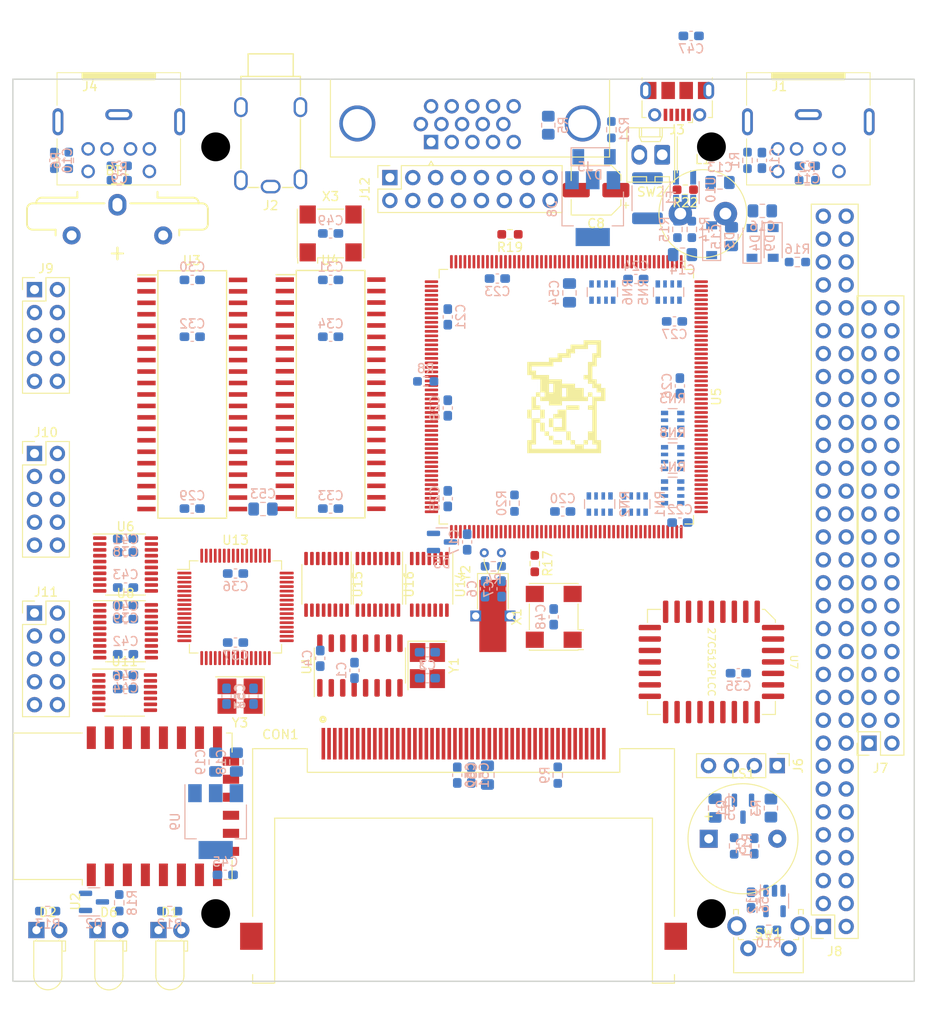
<source format=kicad_pcb>
(kicad_pcb (version 20211014) (generator pcbnew)
  (layers (0 "F.Cu" signal) (1 "In1.Cu" signal) (2 "In2.Cu" signal) (31 "B.Cu" signal) (34 "B.Paste" user) (35 "F.Paste" user) (36 "B.SilkS" user "B.Silkscreen") (37 "F.SilkS" user "F.Silkscreen") (38 "B.Mask" user) (39 "F.Mask" user) (44 "Edge.Cuts" user))
  (net 0 "")
  (net 1 "GND")
  (net 2 "Net-(C1-Pad2)")
  (net 3 "+5V")
  (net 4 "Net-(D2-Pad2)")
  (net 5 "Net-(J11-Pad4)")
  (net 6 "/USB_DM")
  (net 7 "/USB_DP")
  (net 8 "/DACK1")
  (net 9 "/DACK0")
  (net 10 "Net-(C5-Pad1)")
  (net 11 "Net-(C2-Pad1)")
  (net 12 "Net-(C3-Pad1)")
  (net 13 "Net-(D1-Pad2)")
  (net 14 "Net-(J6-Pad1)")
  (net 15 "Net-(J6-Pad2)")
  (net 16 "Net-(Q1-Pad1)")
  (net 17 "+BATT")
  (net 18 "Net-(F1-Pad2)")
  (net 19 "+3V3")
  (net 20 "Net-(C6-Pad1)")
  (net 21 "Net-(C7-Pad1)")
  (net 22 "/MEMW")
  (net 23 "/MEMR")
  (net 24 "/REFRESH")
  (net 25 "/MEMCS16")
  (net 26 "/MASTER")
  (net 27 "/IOCS16")
  (net 28 "/DACK5")
  (net 29 "/TC")
  (net 30 "/IOCHRDY")
  (net 31 "/AEN")
  (net 32 "/SD8")
  (net 33 "/SD9")
  (net 34 "/SD10")
  (net 35 "/SD11")
  (net 36 "/SD12")
  (net 37 "/SD13")
  (net 38 "/SD14")
  (net 39 "/SD15")
  (net 40 "/KBSJ")
  (net 41 "/XD7")
  (net 42 "/XD6")
  (net 43 "/XD5")
  (net 44 "/XD4")
  (net 45 "/XD3")
  (net 46 "/BD15")
  (net 47 "/BD14")
  (net 48 "/BD13")
  (net 49 "/BD12")
  (net 50 "/BD11")
  (net 51 "/BD10")
  (net 52 "/BD9")
  (net 53 "/BD8")
  (net 54 "/BD7")
  (net 55 "/BD6")
  (net 56 "/BD5")
  (net 57 "/BD4")
  (net 58 "/BD3")
  (net 59 "/BD2")
  (net 60 "/BD1")
  (net 61 "/BD0")
  (net 62 "/XD2")
  (net 63 "/XD1")
  (net 64 "/XD0")
  (net 65 "/SD7")
  (net 66 "/SD6")
  (net 67 "/SD5")
  (net 68 "/SD4")
  (net 69 "/SD3")
  (net 70 "/SD2")
  (net 71 "/SD1")
  (net 72 "/SD0")
  (net 73 "/SA15")
  (net 74 "/SA14")
  (net 75 "/SA13")
  (net 76 "/SA12")
  (net 77 "/SA11")
  (net 78 "/SA10")
  (net 79 "/SA9")
  (net 80 "/SA8")
  (net 81 "/SA7")
  (net 82 "/SA6")
  (net 83 "/SA5")
  (net 84 "/SA4")
  (net 85 "/SA3")
  (net 86 "/SA2")
  (net 87 "/SA1")
  (net 88 "/SA0")
  (net 89 "/SPKR")
  (net 90 "/WEJ")
  (net 91 "/RASJ0")
  (net 92 "/MA0")
  (net 93 "/MA1")
  (net 94 "/MA2")
  (net 95 "/MA3")
  (net 96 "/MA4")
  (net 97 "/MA5")
  (net 98 "/MA6")
  (net 99 "/MA7")
  (net 100 "/MA8")
  (net 101 "/MA9")
  (net 102 "/CAS0J1")
  (net 103 "/CAS0J0")
  (net 104 "/CAS1J0")
  (net 105 "/CAS1J1")
  (net 106 "/RASJ1")
  (net 107 "/MSCLK")
  (net 108 "/KBCLK")
  (net 109 "/KBDAT")
  (net 110 "/MSDAT")
  (net 111 "Net-(C15-Pad1)")
  (net 112 "Net-(C15-Pad2)")
  (net 113 "Net-(C47-Pad2)")
  (net 114 "/LA23")
  (net 115 "/LA22")
  (net 116 "/LA21")
  (net 117 "/LA20")
  (net 118 "/LA19")
  (net 119 "/LA18")
  (net 120 "/LA17")
  (net 121 "-12V")
  (net 122 "+12V")
  (net 123 "/SMEMW")
  (net 124 "/IOW")
  (net 125 "/SMEMR")
  (net 126 "/RESETL")
  (net 127 "/IRQ14")
  (net 128 "/IOR")
  (net 129 "/HDCS0")
  (net 130 "/HDCS1")
  (net 131 "Net-(J3-Pad1)")
  (net 132 "/~{CF_BUSY}")
  (net 133 "Net-(CON1-Pad46)")
  (net 134 "Net-(BT1-Pad1)")
  (net 135 "/DRQ7")
  (net 136 "/VGA_R")
  (net 137 "/VGA_G")
  (net 138 "/VGA_B")
  (net 139 "/DACK7")
  (net 140 "/SND_R")
  (net 141 "/RI1")
  (net 142 "/SBHE")
  (net 143 "/DRQ6")
  (net 144 "/DACK6")
  (net 145 "/DRQ5")
  (net 146 "/DRQ0")
  (net 147 "/DACK2")
  (net 148 "/DRQ1")
  (net 149 "/DRQ3")
  (net 150 "/DACK3")
  (net 151 "/DRQ2")
  (net 152 "/UART_INTA")
  (net 153 "/RX1")
  (net 154 "/0x3F8")
  (net 155 "/TX1")
  (net 156 "/0x2F8")
  (net 157 "/RX2")
  (net 158 "/UART_INTB")
  (net 159 "/UART_INTC")
  (net 160 "/0x3E8")
  (net 161 "/0x2E8")
  (net 162 "/UART_INTD")
  (net 163 "/TX2")
  (net 164 "/DSRA")
  (net 165 "/CTSA")
  (net 166 "Net-(U15-Pad7)")
  (net 167 "/DTRA")
  (net 168 "/RTSA")
  (net 169 "/TXA")
  (net 170 "/TXB")
  (net 171 "/RTSB")
  (net 172 "/DTRB")
  (net 173 "/CTSB")
  (net 174 "/DSRB")
  (net 175 "/CDB")
  (net 176 "/RIB")
  (net 177 "/RXB")
  (net 178 "/CTS1")
  (net 179 "/RTS1")
  (net 180 "/DSR1")
  (net 181 "/DTR1")
  (net 182 "/DCD1")
  (net 183 "/RI2")
  (net 184 "/CTS2")
  (net 185 "/RTS2")
  (net 186 "/DSR2")
  (net 187 "/DTR2")
  (net 188 "/DCD2")
  (net 189 "/VGA_MON")
  (net 190 "Net-(J11-Pad1)")
  (net 191 "Net-(J11-Pad8)")
  (net 192 "Net-(J11-Pad6)")
  (net 193 "Net-(J12-Pad6)")
  (net 194 "/SND_L")
  (net 195 "Net-(J5-Pad9)")
  (net 196 "/RXA")
  (net 197 "/RIA")
  (net 198 "/VGA_HS")
  (net 199 "/VGA_VS")
  (net 200 "/CDA")
  (net 201 "/IRQ9")
  (net 202 "/IRQ7")
  (net 203 "/IRQ6")
  (net 204 "/IRQ5")
  (net 205 "/IRQ4")
  (net 206 "/IRQ3")
  (net 207 "/IRQ10")
  (net 208 "/IRQ11")
  (net 209 "/IRQ15")
  (net 210 "/SA19")
  (net 211 "/SA18")
  (net 212 "/SA17")
  (net 213 "/SA16")
  (net 214 "/IOCHCK")
  (net 215 "/RSTDRV")
  (net 216 "/NOWS")
  (net 217 "/SYSCLK")
  (net 218 "/BALE")
  (net 219 "/14MHz")
  (net 220 "/ESP_TX")
  (net 221 "/ESP_RX")
  (net 222 "/ESP_CTS")
  (net 223 "/ESP_RTS")
  (net 224 "Net-(R10-Pad2)")
  (net 225 "/RXC")
  (net 226 "/TXC")
  (net 227 "/RTSC")
  (net 228 "/DTRC")
  (net 229 "/DSRC")
  (net 230 "/CTSC")
  (net 231 "/CLK2")
  (net 232 "/PWG")
  (net 233 "/CTSD")
  (net 234 "/RTSD")
  (net 235 "/TXD")
  (net 236 "/RXD")
  (net 237 "Net-(D6-Pad1)")
  (net 238 "Net-(D6-Pad2)")
  (net 239 "/ESP_RST")
  (net 240 "Net-(J8-Pad59)")
  (net 241 "Net-(D7-Pad2)")
  (net 242 "Net-(U13-Pad46)")
  (net 243 "Net-(R17-Pad1)")
  (net 244 "Net-(R19-Pad1)")
  (net 245 "Net-(C57-Pad1)")
  (net 246 "Net-(C58-Pad1)")
  (net 268 "Net-(R22-Pad2)")
  (net 272 "/IOCHK")
  (net 309 "/GPCS0")
  (footprint "Connector_PinHeader_2.54mm:PinHeader_2x05_P2.54mm_Vertical" (layer "F.Cu") (at 101.8 89.0925)
    (fp_text reference "J10")
    (fp_text value "COM2")
  )
  (footprint "Crystal:Crystal_C38-LF_D3.0mm_L8.0mm_Horizontal_1EP_style2" (layer "F.Cu") (at 151.7 100.1)
    (fp_text reference "Y2")
    (fp_text value "32768 Hz")
  )
  (footprint "RF_Module:ESP-12E" (layer "F.Cu") (at 111.6 128.2 90)
    (fp_text reference "U2")
    (fp_text value "ESP-12E")
  )
  (footprint "Package_SO:SOIC-16_3.9x9.9mm_P1.27mm" (layer "F.Cu") (at 137.9 112.6 90)
    (fp_text reference "U1")
    (fp_text value "CH340G")
  )
  (footprint "mygraphic:black-mage-12.5x8.6" (layer "F.Cu") (at 160.800001 82.8)
    (fp_text reference "LOGO1" hide)
    (fp_text value "graphic" hide)
  )
  (footprint "Connector_PinSocket_2.54mm:PinSocket_2x32_P2.54mm_Vertical" (layer "F.Cu") (at 189.31 141.525 180)
    (fp_text reference "J8")
    (fp_text value "PC104")
  )
  (footprint "Inductor_THT:L_Radial_D9.5mm_P5.00mm_Fastron_07HVP" (layer "F.Cu") (at 173.45 62.5)
    (fp_text reference "L1")
    (fp_text value "10u")
  )
  (footprint "Package_SO:TSSOP-14_4.4x5mm_P0.65mm" (layer "F.Cu") (at 111.8 115.6)
    (fp_text reference "U11")
    (fp_text value "TXB0104PW")
  )
  (footprint "Button_Switch_THT:SW_Tactile_SPST_Angled_PTS645Vx83-2LFS" (layer "F.Cu") (at 185.475 143.9525 180)
    (fp_text reference "SW1")
    (fp_text value "SW_Push")
  )
  (footprint "Resistor_SMD:R_0603_1608Metric_Pad0.98x0.95mm_HandSolder" (layer "F.Cu") (at 174 59.85 180)
    (fp_text reference "R22")
    (fp_text value "51k")
  )
  (footprint "Connector_Dsub:DSUB-15-HD_Female_Horizontal_P2.29x1.98mm_EdgePinOffset3.03mm_Housed_MountingHolesOffset4.94mm" (layer "F.Cu") (at 145.8 54.56 180)
    (fp_text reference "J5")
    (fp_text value "DB15_Female_HighDensity_MountingHoles")
  )
  (footprint "my:SOJ-42" (layer "F.Cu") (at 134.6 83.47)
    (fp_text reference "U4")
    (fp_text value "MSM5118160F-JS")
  )
  (footprint "my:MountingHole_3.2mm_M3_dk5.2mm_Mask" (layer "F.Cu") (at 176.9 140.1)
    (fp_text reference "H3" hide)
    (fp_text value "Screw M3 dk=5mm L=4mm")
  )
  (footprint "my:MountingHole_3.2mm_M3_dk5.2mm_Mask" (layer "F.Cu") (at 121.9 55.1)
    (fp_text reference "H1" hide)
    (fp_text value "Screw M3 dk=5mm L=4mm")
  )
  (footprint "my:SOJ-42" (layer "F.Cu") (at 119.25 83.5)
    (fp_text reference "U3")
    (fp_text value "MSM5118160F-JS")
  )
  (footprint "Resistor_SMD:R_0603_1608Metric_Pad0.98x0.95mm_HandSolder" (layer "F.Cu") (at 157.3 101.3 -90)
    (fp_text reference "R17")
    (fp_text value "22")
  )
  (footprint "Connector_USB:USB_Micro-B_Molex-105017-0001" (layer "F.Cu") (at 173.1 50.09 180)
    (fp_text reference "J3")
    (fp_text value "USB_B_Micro")
  )
  (footprint "my:PJ-322" (layer "F.Cu") (at 128 52.805)
    (fp_text reference "J2")
    (fp_text value "PJ-322")
  )
  (footprint "LED_THT:LED_D3.0mm_Horizontal_O1.27mm_Z6.0mm" (layer "F.Cu") (at 115.55 141.925)
    (fp_text reference "D1")
    (fp_text value "LED_Red")
  )
  (footprint "Package_QFP:LQFP-64_10x10mm_P0.5mm" (layer "F.Cu") (at 124.1 106.1)
    (fp_text reference "U13")
    (fp_text value "ST16C554")
  )
  (footprint "Resistor_SMD:R_0603_1608Metric_Pad0.98x0.95mm_HandSolder" (layer "F.Cu") (at 154.55 64.8 180)
    (fp_text reference "R19")
    (fp_text value "22")
  )
  (footprint "Connector_PinSocket_2.54mm:PinSocket_2x08_P2.54mm_Vertical" (layer "F.Cu") (at 141.225 58.51 90)
    (fp_text reference "J12")
    (fp_text value "Conn_02x07_Odd_Even")
  )
  (footprint "Package_QFP:PQFP-208_28x28mm_P0.5mm" (layer "F.Cu") (at 160.8 82.8 -90)
    (fp_text reference "U5")
    (fp_text value "M6117D")
  )
  (footprint "Oscillator:Oscillator_SMD_SeikoEpson_SG8002CA-4Pin_7.0x5.0mm" (layer "F.Cu") (at 159.4 107.2 90)
    (fp_text reference "X1")
    (fp_text value "14.318 MHz")
  )
  (footprint "Package_SO:TSSOP-20_4.4x6.5mm_P0.65mm" (layer "F.Cu") (at 111.9 101.4)
    (fp_text reference "U6")
    (fp_text value "GD75232PW")
  )
  (footprint "my:PLCC-32_11.4x14.0mm_P1.27mm-longpads" (layer "F.Cu") (at 176.9 112.2 -90)
    (fp_text reference "U7")
    (fp_text value "27C512PLCC")
  )
  (footprint "Capacitor_SMD:CP_Elec_5x5.9" (layer "F.Cu") (at 164.1 59.9 180)
    (fp_text reference "C8")
    (fp_text value "47u")
  )
  (footprint "my:MountingHole_3.2mm_M3_dk5.2mm_Mask" (layer "F.Cu") (at 176.9 55.1)
    (fp_text reference "H2" hide)
    (fp_text value "Screw M3 dk=5mm L=4mm")
  )
  (footprint "LED_THT:LED_D3.0mm_Horizontal_O1.27mm_Z6.0mm" (layer "F.Cu") (at 108.78 141.925)
    (fp_text reference "D6")
    (fp_text value "LED_Blue")
  )
  (footprint "Package_SO:TSSOP-14_4.4x5mm_P0.65mm" (layer "F.Cu") (at 145.6 103.6 -90)
    (fp_text reference "U14")
    (fp_text value "74HCT32")
  )
  (footprint "my:TE_1734451-1-LONG" (layer "F.Cu") (at 149.4 121.2625)
    (fp_text reference "CON1")
    (fp_text value "CF-CARD-cfcard")
  )
  (footprint "Crystal:Crystal_SMD_SeikoEpson_TSX3225-4Pin_3.2x2.5mm_HandSoldering" (layer "F.Cu") (at 145.3875 112.6 -90)
    (fp_text reference "Y1")
    (fp_text value "12 MHz")
  )
  (footprint "Crystal:Crystal_SMD_SeikoEpson_TSX3225-4Pin_3.2x2.5mm_HandSoldering" (layer "F.Cu") (at 124.6 116 180)
    (fp_text reference "Y3")
    (fp_text value "14.7456 MHz")
  )
  (footprint "Connector_PinSocket_2.54mm:PinSocket_2x20_P2.54mm_Vertical" (layer "F.Cu") (at 194.385 121.21 180)
    (fp_text reference "J7")
    (fp_text value "PC104_16")
  )
  (footprint "my:MountingHole_3.2mm_M3_dk5.2mm_Mask" (layer "F.Cu") (at 121.9 140.1)
    (fp_text reference "H4" hide)
    (fp_text value "Screw M3 dk=5mm L=4mm")
  )
  (footprint "Connector_Molex:Molex_KK-254_AE-6410-02A_1x02_P2.54mm_Vertical" (layer "F.Cu") (at 171.44 55.98 180)
    (fp_text reference "SW2")
    (fp_text value "Jumper / Pin header 1x2 Pitch=2.54mm")
  )
  (footprint "LED_THT:LED_D3.0mm_Horizontal_O1.27mm_Z6.0mm" (layer "F.Cu") (at 102.01 141.925)
    (fp_text reference "D2")
    (fp_text value "LED_Green")
  )
  (footprint "Connector_PinHeader_2.54mm:PinHeader_2x05_P2.54mm_Vertical" (layer "F.Cu") (at 101.8 70.925)
    (fp_text reference "J9")
    (fp_text value "COM1")
  )
  (footprint "Oscillator:Oscillator_SMD_SeikoEpson_SG8002CA-4Pin_7.0x5.0mm" (layer "F.Cu") (at 134.65 64.7)
    (fp_text reference "X3")
    (fp_text value "80 MHz")
  )
  (footprint "Package_SO:TSSOP-16_4.4x5mm_P0.65mm" (layer "F.Cu") (at 134.2 103.6 -90)
    (fp_text reference "U15")
    (fp_text value "74HCT138")
  )
  (footprint "my:MINI_DIN_6_33PRIMARY" (layer "F.Cu") (at 111.15 53.1)
    (fp_text reference "J4")
    (fp_text value "Mini-DIN-6" hide)
  )
  (footprint "Buzzer_Beeper:Buzzer_12x9.5RM7.6" (layer "F.Cu") (at 176.6 131.8)
    (fp_text reference "LS1")
    (fp_text value "Speaker")
  )
  (footprint "my:CR2032V" (layer "F.Cu") (at 105.92 64.9198)
    (fp_text reference "BT1")
    (fp_text value "1775485-1 or S8401-46")
  )
  (footprint "Connector_PinHeader_2.54mm:PinHeader_1x04_P2.54mm_Vertical" (layer "F.Cu") (at 184.2 123.7 -90)
    (fp_text reference "J6")
    (fp_text value "Conn_01x04")
  )
  (footprint "Package_SO:TSSOP-16_4.4x5mm_P0.65mm" (layer "F.Cu") (at 139.9 103.6 -90)
    (fp_text reference "U16")
    (fp_text value "74HCT138")
  )
  (footprint "my:MINI_DIN_6_33PRIMARY" (layer "F.Cu") (at 187.65 53.1)
    (fp_text reference "J1")
    (fp_text value "Mini-DIN-6" hide)
  )
  (footprint "Connector_PinHeader_2.54mm:PinHeader_2x05_P2.54mm_Vertical" (layer "F.Cu") (at 101.8 106.78)
    (fp_text reference "J11")
    (fp_text value "ESP")
  )
  (footprint "Package_SO:TSSOP-20_4.4x6.5mm_P0.65mm" (layer "F.Cu") (at 111.9 108.8)
    (fp_text reference "U8")
    (fp_text value "GD75232PW")
  )
  (footprint "Resistor_SMD:R_0603_1608Metric_Pad0.98x0.95mm_HandSolder" (layer "B.Cu") (at 155.05 94.6 -90)
    (fp_text reference "R20")
    (fp_text value "4.7k")
  )
  (footprint "Resistor_SMD:R_0805_2012Metric_Pad1.20x1.40mm_HandSolder" (layer "B.Cu") (at 183.5 128.4 -90)
    (fp_text reference "R3")
    (fp_text value "33")
  )
  (footprint "Fuse:Fuse_1812_4532Metric_Pad1.30x3.40mm_HandSolder" (layer "B.Cu") (at 169.8 60.8 90)
    (fp_text reference "F1")
    (fp_text value "2A")
  )
  (footprint "Capacitor_SMD:C_0603_1608Metric_Pad1.08x0.95mm_HandSolder" (layer "B.Cu") (at 174.65 42.8)
    (fp_text reference "C47")
    (fp_text value "10p")
  )
  (footprint "Diode_SMD:D_MiniMELF" (layer "B.Cu") (at 163.88 56.2)
    (fp_text reference "D7")
    (fp_text value "BZV55C5V6")
  )
  (footprint "Capacitor_SMD:C_0603_1608Metric_Pad1.08x0.95mm_HandSolder" (layer "B.Cu") (at 123.1 116 90)
    (fp_text reference "C57")
    (fp_text value "22p")
  )
  (footprint "Capacitor_SMD:C_0805_2012Metric_Pad1.18x1.45mm_HandSolder" (layer "B.Cu") (at 161.15 71.29 -90)
    (fp_text reference "C54")
    (fp_text value "10u")
  )
  (footprint "Resistor_SMD:R_0603_1608Metric_Pad0.98x0.95mm_HandSolder" (layer "B.Cu") (at 145.2 81.1 180)
    (fp_text reference "R8")
    (fp_text value "4.7k")
  )
  (footprint "Resistor_SMD:R_0603_1608Metric_Pad0.98x0.95mm_HandSolder" (layer "B.Cu") (at 186.4332 67.8692 180)
    (fp_text reference "R16")
    (fp_text value "22")
  )
  (footprint "Capacitor_SMD:C_0603_1608Metric_Pad1.08x0.95mm_HandSolder" (layer "B.Cu") (at 181.65 132.6 -90)
    (fp_text reference "C5")
    (fp_text value "10n")
  )
  (footprint "Capacitor_SMD:C_0603_1608Metric_Pad1.08x0.95mm_HandSolder" (layer "B.Cu") (at 145.3875 111.125)
    (fp_text reference "C2")
    (fp_text value "22p")
  )
  (footprint "Capacitor_SMD:C_0805_2012Metric_Pad1.18x1.45mm_HandSolder" (layer "B.Cu") (at 152.05 124.75 -90)
    (fp_text reference "C52")
    (fp_text value "10u")
  )
  (footprint "Resistor_SMD:R_Array_Convex_4x0603" (layer "B.Cu") (at 172.6 85.8 180)
    (fp_text reference "RN3")
    (fp_text value "4.7k")
  )
  (footprint "Capacitor_SMD:C_0603_1608Metric_Pad1.08x0.95mm_HandSolder" (layer "B.Cu") (at 122.9625 135.8 180)
    (fp_text reference "C45")
    (fp_text value "100n")
  )
  (footprint "Capacitor_SMD:C_0603_1608Metric_Pad1.08x0.95mm_HandSolder" (layer "B.Cu") (at 160.4 95.52 180)
    (fp_text reference "C20")
    (fp_text value "100n")
  )
  (footprint "Capacitor_SMD:C_0603_1608Metric_Pad1.08x0.95mm_HandSolder" (layer "B.Cu") (at 111.9 113.65)
    (fp_text reference "C44")
    (fp_text value "100n")
  )
  (footprint "Resistor_SMD:R_Array_Convex_4x0603" (layer "B.Cu") (at 164.5 94.7 90)
    (fp_text reference "RN2")
    (fp_text value "4.7k")
  )
  (footprint "Capacitor_SMD:C_0805_2012Metric_Pad1.18x1.45mm_HandSolder" (layer "B.Cu") (at 124.2 123.3 -90)
    (fp_text reference "C18")
    (fp_text value "10u")
  )
  (footprint "Capacitor_SMD:C_0603_1608Metric_Pad1.08x0.95mm_HandSolder" (layer "B.Cu") (at 172.8 74.45)
    (fp_text reference "C27")
    (fp_text value "100n")
  )
  (footprint "Capacitor_SMD:C_0603_1608Metric_Pad1.08x0.95mm_HandSolder" (layer "B.Cu") (at 151.78 104.1 -90)
    (fp_text reference "C6")
    (fp_text value "15p")
  )
  (footprint "Capacitor_SMD:C_0603_1608Metric_Pad1.08x0.95mm_HandSolder" (layer "B.Cu") (at 168.5125 69.75 180)
    (fp_text reference "C24")
    (fp_text value "100n")
  )
  (footprint "Capacitor_SMD:C_0603_1608Metric_Pad1.08x0.95mm_HandSolder" (layer "B.Cu") (at 147.65 94.1 -90)
    (fp_text reference "C25")
    (fp_text value "100n")
  )
  (footprint "Package_TO_SOT_SMD:SOT-23" (layer "B.Cu") (at 108.4 138.8)
    (fp_text reference "Q2")
    (fp_text value "BC856")
  )
  (footprint "Package_TO_SOT_SMD:SOT-223-3_TabPin2" (layer "B.Cu") (at 121.9 129.9 -90)
    (fp_text reference "U9")
    (fp_text value "AMS1117-3.3")
  )
  (footprint "Capacitor_SMD:C_0805_2012Metric_Pad1.18x1.45mm_HandSolder" (layer "B.Cu") (at 177.3 128.4 90)
    (fp_text reference "C55")
    (fp_text value "10u")
  )
  (footprint "Capacitor_SMD:C_0603_1608Metric_Pad1.08x0.95mm_HandSolder" (layer "B.Cu") (at 150.25 124.75 90)
    (fp_text reference "C51")
    (fp_text value "100n")
  )
  (footprint "Capacitor_SMD:C_0603_1608Metric_Pad1.08x0.95mm_HandSolder" (layer "B.Cu") (at 111.9 105.9)
    (fp_text reference "C39")
    (fp_text value "100n")
  )
  (footprint "Capacitor_SMD:C_0603_1608Metric_Pad1.08x0.95mm_HandSolder" (layer "B.Cu") (at 119.3 69.85 180)
    (fp_text reference "C30")
    (fp_text value "100n")
  )
  (footprint "Capacitor_SMD:C_0603_1608Metric_Pad1.08x0.95mm_HandSolder" (layer "B.Cu") (at 147.65 84.05 -90)
    (fp_text reference "C28")
    (fp_text value "100n")
  )
  (footprint "Package_TO_SOT_SMD:SOT-23" (layer "B.Cu") (at 147 98.9)
    (fp_text reference "D5")
    (fp_text value "BAT54C")
  )
  (footprint "Capacitor_SMD:C_0603_1608Metric_Pad1.08x0.95mm_HandSolder" (layer "B.Cu") (at 134.65 64.7 180)
    (fp_text reference "C49")
    (fp_text value "100n")
  )
  (footprint "Capacitor_SMD:C_0603_1608Metric_Pad1.08x0.95mm_HandSolder" (layer "B.Cu") (at 111.9 107.45 180)
    (fp_text reference "C40")
    (fp_text value "100n")
  )
  (footprint "Capacitor_SMD:C_0603_1608Metric_Pad1.08x0.95mm_HandSolder" (layer "B.Cu") (at 153.62 104.1 -90)
    (fp_text reference "C7")
    (fp_text value "15p")
  )
  (footprint "Diode_SMD:D_SOD-123" (layer "B.Cu") (at 176.925 65.45 90)
    (fp_text reference "D3")
    (fp_text value "MBR0520")
  )
  (footprint "Capacitor_SMD:C_0603_1608Metric_Pad1.08x0.95mm_HandSolder" (layer "B.Cu") (at 181.3 138.6 90)
    (fp_text reference "C56")
    (fp_text value "100n")
  )
  (footprint "Capacitor_SMD:C_0603_1608Metric_Pad1.08x0.95mm_HandSolder" (layer "B.Cu") (at 134.65 69.85 180)
    (fp_text reference "C31")
    (fp_text value "100n")
  )
  (footprint "Capacitor_SMD:C_0603_1608Metric_Pad1.08x0.95mm_HandSolder" (layer "B.Cu") (at 133.5 111.8 -90)
    (fp_text reference "C4")
    (fp_text value "100n")
  )
  (footprint "Capacitor_SMD:C_0603_1608Metric_Pad1.08x0.95mm_HandSolder" (layer "B.Cu") (at 137.3 113.1375 -90)
    (fp_text reference "C1")
    (fp_text value "10n")
  )
  (footprint "Resistor_SMD:R_0603_1608Metric_Pad0.98x0.95mm_HandSolder" (layer "B.Cu") (at 103.26 139.82)
    (fp_text reference "R13")
    (fp_text value "470")
  )
  (footprint "Resistor_SMD:R_0603_1608Metric_Pad0.98x0.95mm_HandSolder" (layer "B.Cu") (at 173.125 64.25 -90)
    (fp_text reference "R15")
    (fp_text value "13.3k")
  )
  (footprint "Resistor_SMD:R_Array_Convex_4x0603" (layer "B.Cu") (at 172.15 71.2 -90)
    (fp_text reference "RN5")
    (fp_text value "330")
  )
  (footprint "Resistor_SMD:R_Array_Convex_4x0603" (layer "B.Cu") (at 172.6 93.4 180)
    (fp_text reference "RN4")
    (fp_text value "330")
  )
  (footprint "Resistor_SMD:R_0603_1608Metric_Pad0.98x0.95mm_HandSolder" (layer "B.Cu") (at 180.9 56.6 -90)
    (fp_text reference "R1")
    (fp_text value "4.7k")
  )
  (footprint "Capacitor_SMD:C_0603_1608Metric_Pad1.08x0.95mm_HandSolder" (layer "B.Cu") (at 111.2 57.2)
    (fp_text reference "C9")
    (fp_text value "47p")
  )
  (footprint "Capacitor_SMD:C_0603_1608Metric_Pad1.08x0.95mm_HandSolder" (layer "B.Cu") (at 111.9 111.35 180)
    (fp_text reference "C42")
    (fp_text value "100n")
  )
  (footprint "Resistor_SMD:R_0603_1608Metric_Pad0.98x0.95mm_HandSolder" (layer "B.Cu") (at 111.2 58.8 180)
    (fp_text reference "R7")
    (fp_text value "4.7k")
  )
  (footprint "Capacitor_SMD:C_0603_1608Metric_Pad1.08x0.95mm_HandSolder" (layer "B.Cu") (at 134.65 95.2 180)
    (fp_text reference "C33")
    (fp_text value "100n")
  )
  (footprint "Capacitor_SMD:C_0603_1608Metric_Pad1.08x0.95mm_HandSolder" (layer "B.Cu") (at 134.65 76.15 180)
    (fp_text reference "C34")
    (fp_text value "100n")
  )
  (footprint "Capacitor_SMD:C_0603_1608Metric_Pad1.08x0.95mm_HandSolder" (layer "B.Cu") (at 111.9 100.05 180)
    (fp_text reference "C41")
    (fp_text value "100n")
  )
  (footprint "Capacitor_SMD:C_0603_1608Metric_Pad1.08x0.95mm_HandSolder" (layer "B.Cu") (at 111.9 98.55)
    (fp_text reference "C38")
    (fp_text value "100n")
  )
  (footprint "Resistor_SMD:R_Array_Convex_4x0603" (layer "B.Cu") (at 164.8 71.2 90)
    (fp_text reference "RN6")
    (fp_text value "4.7k")
  )
  (footprint "Capacitor_SMD:C_0603_1608Metric_Pad1.08x0.95mm_HandSolder" (layer "B.Cu") (at 173.4 81.6 -90)
    (fp_text reference "C26")
    (fp_text value "100n")
  )
  (footprint "Resistor_SMD:R_Array_Convex_4x0603" (layer "B.Cu") (at 168.4 94.7 90)
    (fp_text reference "RN1")
    (fp_text value "4.7k")
  )
  (footprint "Resistor_SMD:R_0603_1608Metric_Pad0.98x0.95mm_HandSolder" (layer "B.Cu") (at 179.42 132.6 90)
    (fp_text reference "R11")
    (fp_text value "1k")
  )
  (footprint "Capacitor_SMD:C_0805_2012Metric_Pad1.18x1.45mm_HandSolder" (layer "B.Cu") (at 127.15 95.25 180)
    (fp_text reference "C53")
    (fp_text value "10u")
  )
  (footprint "Capacitor_SMD:C_0603_1608Metric_Pad1.08x0.95mm_HandSolder" (layer "B.Cu") (at 119.3 76.15 180)
    (fp_text reference "C32")
    (fp_text value "100n")
  )
  (footprint "Capacitor_SMD:C_0603_1608Metric_Pad1.08x0.95mm_HandSolder" (layer "B.Cu") (at 147.65 73.95 90)
    (fp_text reference "C21")
    (fp_text value "100n")
  )
  (footprint "Capacitor_SMD:C_0603_1608Metric_Pad1.08x0.95mm_HandSolder" (layer "B.Cu") (at 187.5375 57.2)
    (fp_text reference "C11")
    (fp_text value "47p")
  )
  (footprint "Resistor_SMD:R_0603_1608Metric_Pad0.98x0.95mm_HandSolder" (layer "B.Cu") (at 105.6 56.6 -90)
    (fp_text reference "R6")
    (fp_text value "4.7k")
  )
  (footprint "Resistor_SMD:R_0603_1608Metric_Pad0.98x0.95mm_HandSolder" (layer "B.Cu") (at 159.85 124.75 -90)
    (fp_text reference "R9")
    (fp_text value "4.7k")
  )
  (footprint "Capacitor_SMD:C_0603_1608Metric_Pad1.08x0.95mm_HandSolder" (layer "B.Cu") (at 149.8 98.9 -90)
    (fp_text reference "C17")
    (fp_text value "100n")
  )
  (footprint "Resistor_SMD:R_Array_Convex_4x0603" (layer "B.Cu") (at 172.6 89.6 180)
    (fp_text reference "RN8")
    (fp_text value "1k")
  )
  (footprint "Resistor_SMD:R_0805_2012Metric_Pad1.20x1.40mm_HandSolder" (layer "B.Cu") (at 158.8 52.7 90)
    (fp_text reference "R5")
    (fp_text value "0")
  )
  (footprint "Capacitor_SMD:C_0603_1608Metric_Pad1.08x0.95mm_HandSolder" (layer "B.Cu") (at 159.4 107.2 -90)
    (fp_text reference "C48")
    (fp_text value "100n")
  )
  (footprint "Package_TO_SOT_SMD:SOT-23" (layer "B.Cu") (at 180.4 128.47 -90)
    (fp_text reference "Q1")
    (fp_text value "BC817")
  )
  (footprint "Capacitor_SMD:C_0603_1608Metric_Pad1.08x0.95mm_HandSolder" (layer "B.Cu") (at 119.3 95.2 180)
    (fp_text reference "C29")
    (fp_text value "100n")
  )
  (footprint "Capacitor_SMD:C_0805_2012Metric_Pad1.18x1.45mm_HandSolder" (layer "B.Cu") (at 177.85 59.05 180)
    (fp_text reference "C13")
    (fp_text value "2.2u")
  )
  (footprint "Resistor_SMD:R_0603_1608Metric_Pad0.98x0.95mm_HandSolder" (layer "B.Cu") (at 174.725 64.25 90)
    (fp_text reference "R14")
    (fp_text value "113k")
  )
  (footprint "Diode_SMD:D_SOD-123" (layer "B.Cu") (at 183.75 65.750002 -90)
    (fp_text reference "D4")
    (fp_text value "MBR0520")
  )
  (footprint "Capacitor_SMD:C_0603_1608Metric_Pad1.08x0.95mm_HandSolder" (layer "B.Cu") (at 182.5 56.6 90)
    (fp_text reference "C12")
    (fp_text value "47p")
  )
  (footprint "Diode_SMD:D_SOD-123" (layer "B.Cu") (at 181.4 65.75 90)
    (fp_text reference "D9")
    (fp_text value "MBR0520")
  )
  (footprint "Package_TO_SOT_SMD:SOT-23-5_HandSoldering" (layer "B.Cu") (at 173.925 59.85 90)
    (fp_text reference "U10")
    (fp_text value "LT1930")
  )
  (footprint "Capacitor_SMD:C_0805_2012Metric_Pad1.18x1.45mm_HandSolder" (layer "B.Cu") (at 173.6875 67.05)
    (fp_text reference "C14")
    (fp_text value "10u")
  )
  (footprint "Capacitor_SMD:C_0603_1608Metric_Pad1.08x0.95mm_HandSolder" (layer "B.Cu") (at 179.8875 113.45)
    (fp_text reference "C35")
    (fp_text value "100n")
  )
  (footprint "Capacitor_SMD:C_0603_1608Metric_Pad1.08x0.95mm_HandSolder" (layer "B.Cu") (at 124.1 110.05)
    (fp_text reference "C37")
    (fp_text value "100n")
  )
  (footprint "Capacitor_SMD:C_0603_1608Metric_Pad1.08x0.95mm_HandSolder" (layer "B.Cu") (at 104 56.6 90)
    (fp_text reference "C10")
    (fp_text value "47p")
  )
  (footprint "Capacitor_SMD:C_0805_2012Metric_Pad1.18x1.45mm_HandSolder" (layer "B.Cu") (at 179.125 65.050002 -90)
    (fp_text reference "C15")
    (fp_text value "100n")
  )
  (footprint "Resistor_SMD:R_0603_1608Metric_Pad0.98x0.95mm_HandSolder" (layer "B.Cu") (at 111.2 138.9 90)
    (fp_text reference "R18")
    (fp_text value "470")
  )
  (footprint "Capacitor_SMD:C_0603_1608Metric_Pad1.08x0.95mm_HandSolder" (layer "B.Cu") (at 173.4 96.75 180)
    (fp_text reference "C22")
    (fp_text value "100n")
  )
  (footprint "Capacitor_SMD:C_0603_1608Metric_Pad1.08x0.95mm_HandSolder" (layer "B.Cu") (at 124.1 102.4)
    (fp_text reference "C36")
    (fp_text value "100n")
  )
  (footprint "Capacitor_SMD:C_0603_1608Metric_Pad1.08x0.95mm_HandSolder" (layer "B.Cu") (at 111.9 103.95 180)
    (fp_text reference "C43")
    (fp_text value "100n")
  )
  (footprint "Resistor_SMD:R_0603_1608Metric_Pad0.98x0.95mm_HandSolder" (layer "B.Cu") (at 187.5375 58.8 180)
    (fp_text reference "R2")
    (fp_text value "4.7k")
  )
  (footprint "Capacitor_SMD:C_0603_1608Metric_Pad1.08x0.95mm_HandSolder" (layer "B.Cu") (at 111.9 115.2 180)
    (fp_text reference "C46")
    (fp_text value "100n")
  )
  (footprint "Resistor_SMD:R_0603_1608Metric_Pad0.98x0.95mm_HandSolder" (layer "B.Cu") (at 165.8 53.2 90)
    (fp_text reference "R21")
    (fp_text value "1k")
  )
  (footprint "Capacitor_SMD:C_0603_1608Metric_Pad1.08x0.95mm_HandSolder" (layer "B.Cu") (at 145.3875 114 180)
    (fp_text reference "C3")
    (fp_text value "22p")
  )
  (footprint "Package_TO_SOT_SMD:SOT-223-3_TabPin2" (layer "B.Cu") (at 163.73 61.95 -90)
    (fp_text reference "D8")
    (fp_text value "BT168GW")
  )
  (footprint "Capacitor_SMD:C_0603_1608Metric_Pad1.08x0.95mm_HandSolder" (layer "B.Cu") (at 126.1 116 -90)
    (fp_text reference "C58")
    (fp_text value "22p")
  )
  (footprint "Capacitor_SMD:C_0805_2012Metric_Pad1.18x1.45mm_HandSolder" (layer "B.Cu") (at 182.55 62.200002)
    (fp_text reference "C16")
    (fp_text value "1u")
  )
  (footprint "Resistor_SMD:R_0603_1608Metric_Pad0.98x0.95mm_HandSolder" (layer "B.Cu") (at 116.8 139.82)
    (fp_text reference "R12")
    (fp_text value "470")
  )
  (footprint "Resistor_SMD:R_0603_1608Metric_Pad0.98x0.95mm_HandSolder" (layer "B.Cu") (at 183.25 141.9)
    (fp_text reference "R10")
    (fp_text value "10k")
  )
  (footprint "Capacitor_SMD:C_0805_2012Metric_Pad1.18x1.45mm_HandSolder" (layer "B.Cu") (at 121.9 123.3 -90)
    (fp_text reference "C19")
    (fp_text value "10u")
  )
  (footprint "Capacitor_SMD:C_0603_1608Metric_Pad1.08x0.95mm_HandSolder" (layer "B.Cu") (at 153.15 69.7)
    (fp_text reference "C23")
    (fp_text value "100n")
  )
  (footprint "Resistor_SMD:R_0603_1608Metric_Pad0.98x0.95mm_HandSolder" (layer "B.Cu") (at 152.7 101.6)
    (fp_text reference "R4")
    (fp_text value "10M")
  )
  (footprint "Capacitor_SMD:C_0603_1608Metric_Pad1.08x0.95mm_HandSolder" (layer "B.Cu") (at 148.7 124.75 90)
    (fp_text reference "C50")
    (fp_text value "100n")
  )
  (footprint "Package_TO_SOT_SMD:SOT-23-5" (layer "B.Cu") (at 183.9 138.7 -90)
    (fp_text reference "U12")
    (fp_text value "MAX823LEUK")
  )
  (gr_rect (start 99.4 47.6) (end 199.4 147.6) (layer "Edge.Cuts") (width 0.15) (fill none))
)
</source>
